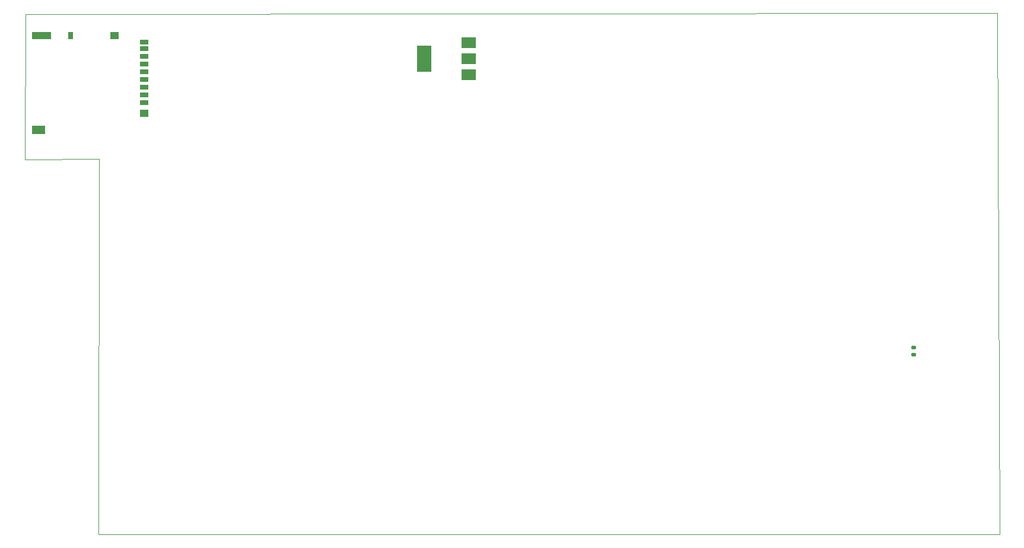
<source format=gtp>
%TF.GenerationSoftware,KiCad,Pcbnew,7.0.9*%
%TF.CreationDate,2023-12-29T10:55:07+07:00*%
%TF.ProjectId,incuTester,696e6375-5465-4737-9465-722e6b696361,rev?*%
%TF.SameCoordinates,Original*%
%TF.FileFunction,Paste,Top*%
%TF.FilePolarity,Positive*%
%FSLAX46Y46*%
G04 Gerber Fmt 4.6, Leading zero omitted, Abs format (unit mm)*
G04 Created by KiCad (PCBNEW 7.0.9) date 2023-12-29 10:55:07*
%MOMM*%
%LPD*%
G01*
G04 APERTURE LIST*
G04 Aperture macros list*
%AMRoundRect*
0 Rectangle with rounded corners*
0 $1 Rounding radius*
0 $2 $3 $4 $5 $6 $7 $8 $9 X,Y pos of 4 corners*
0 Add a 4 corners polygon primitive as box body*
4,1,4,$2,$3,$4,$5,$6,$7,$8,$9,$2,$3,0*
0 Add four circle primitives for the rounded corners*
1,1,$1+$1,$2,$3*
1,1,$1+$1,$4,$5*
1,1,$1+$1,$6,$7*
1,1,$1+$1,$8,$9*
0 Add four rect primitives between the rounded corners*
20,1,$1+$1,$2,$3,$4,$5,0*
20,1,$1+$1,$4,$5,$6,$7,0*
20,1,$1+$1,$6,$7,$8,$9,0*
20,1,$1+$1,$8,$9,$2,$3,0*%
G04 Aperture macros list end*
%ADD10R,2.000000X1.500000*%
%ADD11R,2.000000X3.800000*%
%ADD12RoundRect,0.135000X0.185000X-0.135000X0.185000X0.135000X-0.185000X0.135000X-0.185000X-0.135000X0*%
%ADD13R,1.200000X0.700000*%
%ADD14R,0.800000X1.000000*%
%ADD15R,1.200000X1.000000*%
%ADD16R,2.800000X1.000000*%
%ADD17R,1.900000X1.300000*%
%TA.AperFunction,Profile*%
%ADD18C,0.100000*%
%TD*%
G04 APERTURE END LIST*
D10*
%TO.C,U3*%
X145390000Y-70880000D03*
X145390000Y-68580000D03*
D11*
X139090000Y-68580000D03*
D10*
X145390000Y-66280000D03*
%TD*%
D12*
%TO.C,R0*%
X208950000Y-110800000D03*
X208950000Y-109780000D03*
%TD*%
D13*
%TO.C,J4*%
X99150000Y-74850000D03*
X99150000Y-73750000D03*
X99150000Y-72650000D03*
X99150000Y-71550000D03*
X99150000Y-70450000D03*
X99150000Y-69350000D03*
X99150000Y-68250000D03*
X99150000Y-67150000D03*
X99150000Y-66200000D03*
D14*
X88650000Y-65250000D03*
D15*
X94850000Y-65250000D03*
D16*
X84500000Y-65250000D03*
D15*
X99150000Y-76400000D03*
D17*
X84050000Y-78750000D03*
%TD*%
D18*
X92592500Y-136510000D02*
X221175000Y-136470000D01*
X82190000Y-62250000D02*
X82070000Y-82930000D01*
X92647500Y-82850000D02*
X92592500Y-136510000D01*
X82070000Y-82930000D02*
X92647500Y-82850000D01*
X220870000Y-62090000D02*
X82190000Y-62250000D01*
X221175000Y-136470000D02*
X220870000Y-62090000D01*
M02*

</source>
